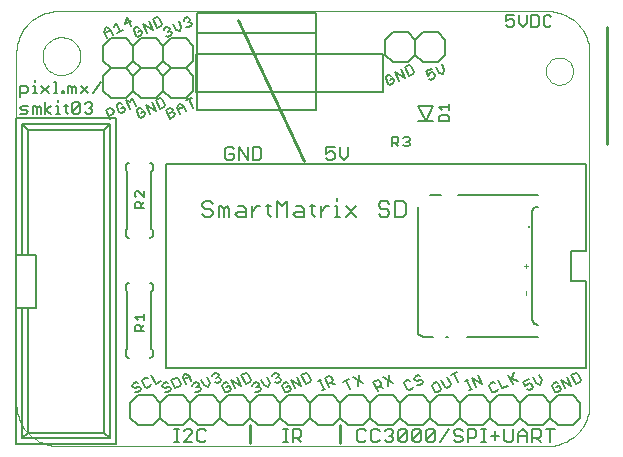
<source format=gto>
G75*
G70*
%OFA0B0*%
%FSLAX24Y24*%
%IPPOS*%
%LPD*%
%AMOC8*
5,1,8,0,0,1.08239X$1,22.5*
%
%ADD10C,0.0000*%
%ADD11C,0.0060*%
%ADD12C,0.0070*%
%ADD13C,0.0080*%
%ADD14C,0.0100*%
%ADD15C,0.0050*%
%ADD16C,0.0040*%
D10*
X001600Y002933D02*
X017900Y002933D01*
X017973Y002935D01*
X018046Y002941D01*
X018119Y002950D01*
X018191Y002964D01*
X018262Y002981D01*
X018333Y003002D01*
X018402Y003026D01*
X018469Y003054D01*
X018536Y003086D01*
X018600Y003121D01*
X018662Y003159D01*
X018723Y003200D01*
X018781Y003245D01*
X018837Y003293D01*
X018890Y003343D01*
X018940Y003396D01*
X018988Y003452D01*
X019033Y003510D01*
X019074Y003571D01*
X019112Y003633D01*
X019147Y003697D01*
X019179Y003764D01*
X019207Y003831D01*
X019231Y003900D01*
X019252Y003971D01*
X019269Y004042D01*
X019283Y004114D01*
X019292Y004187D01*
X019298Y004260D01*
X019300Y004333D01*
X019300Y016033D01*
X017847Y015433D02*
X017849Y015475D01*
X017855Y015517D01*
X017865Y015559D01*
X017878Y015599D01*
X017896Y015638D01*
X017917Y015675D01*
X017941Y015709D01*
X017969Y015742D01*
X017999Y015772D01*
X018032Y015798D01*
X018067Y015822D01*
X018105Y015842D01*
X018144Y015858D01*
X018184Y015871D01*
X018226Y015880D01*
X018268Y015885D01*
X018311Y015886D01*
X018353Y015883D01*
X018395Y015876D01*
X018436Y015865D01*
X018476Y015850D01*
X018514Y015832D01*
X018551Y015810D01*
X018585Y015785D01*
X018617Y015757D01*
X018645Y015726D01*
X018671Y015692D01*
X018694Y015656D01*
X018713Y015619D01*
X018729Y015579D01*
X018741Y015538D01*
X018749Y015497D01*
X018753Y015454D01*
X018753Y015412D01*
X018749Y015369D01*
X018741Y015328D01*
X018729Y015287D01*
X018713Y015247D01*
X018694Y015210D01*
X018671Y015174D01*
X018645Y015140D01*
X018617Y015109D01*
X018585Y015081D01*
X018551Y015056D01*
X018514Y015034D01*
X018476Y015016D01*
X018436Y015001D01*
X018395Y014990D01*
X018353Y014983D01*
X018311Y014980D01*
X018268Y014981D01*
X018226Y014986D01*
X018184Y014995D01*
X018144Y015008D01*
X018105Y015024D01*
X018067Y015044D01*
X018032Y015068D01*
X017999Y015094D01*
X017969Y015124D01*
X017941Y015157D01*
X017917Y015191D01*
X017896Y015228D01*
X017878Y015267D01*
X017865Y015307D01*
X017855Y015349D01*
X017849Y015391D01*
X017847Y015433D01*
X019300Y016033D02*
X019298Y016106D01*
X019292Y016179D01*
X019283Y016252D01*
X019269Y016324D01*
X019252Y016395D01*
X019231Y016466D01*
X019207Y016535D01*
X019179Y016602D01*
X019147Y016669D01*
X019112Y016733D01*
X019074Y016795D01*
X019033Y016856D01*
X018988Y016914D01*
X018940Y016970D01*
X018890Y017023D01*
X018837Y017073D01*
X018781Y017121D01*
X018723Y017166D01*
X018662Y017207D01*
X018600Y017245D01*
X018536Y017280D01*
X018469Y017312D01*
X018402Y017340D01*
X018333Y017364D01*
X018262Y017385D01*
X018191Y017402D01*
X018119Y017416D01*
X018046Y017425D01*
X017973Y017431D01*
X017900Y017433D01*
X001600Y017433D01*
X001527Y017431D01*
X001454Y017425D01*
X001381Y017416D01*
X001309Y017402D01*
X001238Y017385D01*
X001167Y017364D01*
X001098Y017340D01*
X001031Y017312D01*
X000964Y017280D01*
X000900Y017245D01*
X000838Y017207D01*
X000777Y017166D01*
X000719Y017121D01*
X000663Y017073D01*
X000610Y017023D01*
X000560Y016970D01*
X000512Y016914D01*
X000467Y016856D01*
X000426Y016795D01*
X000388Y016733D01*
X000353Y016669D01*
X000321Y016602D01*
X000293Y016535D01*
X000269Y016466D01*
X000248Y016395D01*
X000231Y016324D01*
X000217Y016252D01*
X000208Y016179D01*
X000202Y016106D01*
X000200Y016033D01*
X000200Y004333D01*
X000202Y004260D01*
X000208Y004187D01*
X000217Y004114D01*
X000231Y004042D01*
X000248Y003971D01*
X000269Y003900D01*
X000293Y003831D01*
X000321Y003764D01*
X000353Y003697D01*
X000388Y003633D01*
X000426Y003571D01*
X000467Y003510D01*
X000512Y003452D01*
X000560Y003396D01*
X000610Y003343D01*
X000663Y003293D01*
X000719Y003245D01*
X000777Y003200D01*
X000838Y003159D01*
X000900Y003121D01*
X000964Y003086D01*
X001031Y003054D01*
X001098Y003026D01*
X001167Y003002D01*
X001238Y002981D01*
X001309Y002964D01*
X001381Y002950D01*
X001454Y002941D01*
X001527Y002935D01*
X001600Y002933D01*
X001070Y015933D02*
X001072Y015983D01*
X001078Y016033D01*
X001088Y016082D01*
X001102Y016130D01*
X001119Y016177D01*
X001140Y016222D01*
X001165Y016266D01*
X001193Y016307D01*
X001225Y016346D01*
X001259Y016383D01*
X001296Y016417D01*
X001336Y016447D01*
X001378Y016474D01*
X001422Y016498D01*
X001468Y016519D01*
X001515Y016535D01*
X001563Y016548D01*
X001613Y016557D01*
X001662Y016562D01*
X001713Y016563D01*
X001763Y016560D01*
X001812Y016553D01*
X001861Y016542D01*
X001909Y016527D01*
X001955Y016509D01*
X002000Y016487D01*
X002043Y016461D01*
X002084Y016432D01*
X002123Y016400D01*
X002159Y016365D01*
X002191Y016327D01*
X002221Y016287D01*
X002248Y016244D01*
X002271Y016200D01*
X002290Y016154D01*
X002306Y016106D01*
X002318Y016057D01*
X002326Y016008D01*
X002330Y015958D01*
X002330Y015908D01*
X002326Y015858D01*
X002318Y015809D01*
X002306Y015760D01*
X002290Y015712D01*
X002271Y015666D01*
X002248Y015622D01*
X002221Y015579D01*
X002191Y015539D01*
X002159Y015501D01*
X002123Y015466D01*
X002084Y015434D01*
X002043Y015405D01*
X002000Y015379D01*
X001955Y015357D01*
X001909Y015339D01*
X001861Y015324D01*
X001812Y015313D01*
X001763Y015306D01*
X001713Y015303D01*
X001662Y015304D01*
X001613Y015309D01*
X001563Y015318D01*
X001515Y015331D01*
X001468Y015347D01*
X001422Y015368D01*
X001378Y015392D01*
X001336Y015419D01*
X001296Y015449D01*
X001259Y015483D01*
X001225Y015520D01*
X001193Y015559D01*
X001165Y015600D01*
X001140Y015644D01*
X001119Y015689D01*
X001102Y015736D01*
X001088Y015784D01*
X001078Y015833D01*
X001072Y015883D01*
X001070Y015933D01*
D11*
X000177Y007548D02*
X000177Y002992D01*
X003523Y002992D01*
X003523Y013874D01*
X000177Y013874D01*
X000177Y009319D01*
X000842Y009319D01*
X000842Y007548D01*
X000177Y007548D01*
X000177Y009319D01*
X000389Y009319D02*
X000389Y013668D01*
X000570Y013486D01*
X000570Y009319D01*
X003850Y009983D02*
X003850Y010133D01*
X003900Y010183D01*
X003900Y012083D01*
X003850Y012133D01*
X003850Y012283D01*
X003852Y012300D01*
X003856Y012317D01*
X003863Y012333D01*
X003873Y012347D01*
X003886Y012360D01*
X003900Y012370D01*
X003916Y012377D01*
X003933Y012381D01*
X003950Y012383D01*
X004650Y012383D02*
X004667Y012381D01*
X004684Y012377D01*
X004700Y012370D01*
X004714Y012360D01*
X004727Y012347D01*
X004737Y012333D01*
X004744Y012317D01*
X004748Y012300D01*
X004750Y012283D01*
X004750Y012133D01*
X004700Y012083D01*
X004700Y010183D01*
X004750Y010133D01*
X004750Y009983D01*
X004748Y009966D01*
X004744Y009949D01*
X004737Y009933D01*
X004727Y009919D01*
X004714Y009906D01*
X004700Y009896D01*
X004684Y009889D01*
X004667Y009885D01*
X004650Y009883D01*
X003950Y009883D02*
X003933Y009885D01*
X003916Y009889D01*
X003900Y009896D01*
X003886Y009906D01*
X003873Y009919D01*
X003863Y009933D01*
X003856Y009949D01*
X003852Y009966D01*
X003850Y009983D01*
X003850Y008283D02*
X003850Y008133D01*
X003900Y008083D01*
X003900Y006183D01*
X003850Y006133D01*
X003850Y005983D01*
X003852Y005966D01*
X003856Y005949D01*
X003863Y005933D01*
X003873Y005919D01*
X003886Y005906D01*
X003900Y005896D01*
X003916Y005889D01*
X003933Y005885D01*
X003950Y005883D01*
X004650Y005883D02*
X004667Y005885D01*
X004684Y005889D01*
X004700Y005896D01*
X004714Y005906D01*
X004727Y005919D01*
X004737Y005933D01*
X004744Y005949D01*
X004748Y005966D01*
X004750Y005983D01*
X004750Y006133D01*
X004700Y006183D01*
X004700Y008083D01*
X004750Y008133D01*
X004750Y008283D01*
X004748Y008300D01*
X004744Y008317D01*
X004737Y008333D01*
X004727Y008347D01*
X004714Y008360D01*
X004700Y008370D01*
X004684Y008377D01*
X004667Y008381D01*
X004650Y008383D01*
X003950Y008383D02*
X003933Y008381D01*
X003916Y008377D01*
X003900Y008370D01*
X003886Y008360D01*
X003873Y008347D01*
X003863Y008333D01*
X003856Y008317D01*
X003852Y008300D01*
X003850Y008283D01*
X000570Y007548D02*
X000570Y003380D01*
X000389Y003199D01*
X000389Y007548D01*
X004000Y004383D02*
X004250Y004633D01*
X004750Y004633D01*
X005000Y004383D01*
X005250Y004633D01*
X005750Y004633D01*
X006000Y004383D01*
X006000Y003883D01*
X005750Y003633D01*
X005250Y003633D01*
X005000Y003883D01*
X004750Y003633D01*
X004250Y003633D01*
X004000Y003883D01*
X004000Y004383D01*
X005000Y004383D02*
X005000Y003883D01*
X005466Y003504D02*
X005613Y003504D01*
X005540Y003504D02*
X005540Y003063D01*
X005613Y003063D02*
X005466Y003063D01*
X005773Y003063D02*
X006067Y003357D01*
X006067Y003430D01*
X005993Y003504D01*
X005846Y003504D01*
X005773Y003430D01*
X006233Y003430D02*
X006233Y003137D01*
X006307Y003063D01*
X006454Y003063D01*
X006527Y003137D01*
X006067Y003063D02*
X005773Y003063D01*
X006233Y003430D02*
X006307Y003504D01*
X006454Y003504D01*
X006527Y003430D01*
X006750Y003633D02*
X006250Y003633D01*
X006000Y003883D01*
X006000Y004383D02*
X006250Y004633D01*
X006750Y004633D01*
X007000Y004383D01*
X007250Y004633D01*
X007750Y004633D01*
X008000Y004383D01*
X008000Y003883D01*
X007750Y003633D01*
X007250Y003633D01*
X007000Y003883D01*
X006750Y003633D01*
X007000Y003883D02*
X007000Y004383D01*
X008000Y004383D02*
X008000Y003883D01*
X008250Y003633D01*
X008750Y003633D01*
X009000Y003883D01*
X009000Y004383D01*
X008750Y004633D01*
X008250Y004633D01*
X008000Y004383D01*
X009000Y004383D02*
X009250Y004633D01*
X009750Y004633D01*
X010000Y004383D01*
X010250Y004633D01*
X010750Y004633D01*
X011000Y004383D01*
X011250Y004633D01*
X011750Y004633D01*
X012000Y004383D01*
X012250Y004633D01*
X012750Y004633D01*
X013000Y004383D01*
X013000Y003883D01*
X012750Y003633D01*
X012250Y003633D01*
X012000Y003883D01*
X011750Y003633D01*
X011250Y003633D01*
X011000Y003883D01*
X011000Y004383D01*
X011000Y003883D01*
X010750Y003633D01*
X010250Y003633D01*
X010000Y003883D01*
X009750Y003633D01*
X009250Y003633D01*
X009000Y003883D01*
X010000Y003883D02*
X010000Y004383D01*
X009623Y003504D02*
X009403Y003504D01*
X009403Y003063D01*
X009403Y003210D02*
X009623Y003210D01*
X009697Y003284D01*
X009697Y003430D01*
X009623Y003504D01*
X009550Y003210D02*
X009697Y003063D01*
X009243Y003063D02*
X009096Y003063D01*
X009170Y003063D02*
X009170Y003504D01*
X009243Y003504D02*
X009096Y003504D01*
X011554Y003430D02*
X011554Y003137D01*
X011627Y003063D01*
X011774Y003063D01*
X011847Y003137D01*
X012014Y003137D02*
X012088Y003063D01*
X012234Y003063D01*
X012308Y003137D01*
X012475Y003137D02*
X012548Y003063D01*
X012695Y003063D01*
X012768Y003137D01*
X012768Y003210D01*
X012695Y003284D01*
X012621Y003284D01*
X012695Y003284D02*
X012768Y003357D01*
X012768Y003430D01*
X012695Y003504D01*
X012548Y003504D01*
X012475Y003430D01*
X012308Y003430D02*
X012234Y003504D01*
X012088Y003504D01*
X012014Y003430D01*
X012014Y003137D01*
X011847Y003430D02*
X011774Y003504D01*
X011627Y003504D01*
X011554Y003430D01*
X012000Y003883D02*
X012000Y004383D01*
X013000Y004383D02*
X013250Y004633D01*
X013750Y004633D01*
X014000Y004383D01*
X014250Y004633D01*
X014750Y004633D01*
X015000Y004383D01*
X015250Y004633D01*
X015750Y004633D01*
X016000Y004383D01*
X016000Y003883D01*
X015750Y003633D01*
X015250Y003633D01*
X015000Y003883D01*
X014750Y003633D01*
X014250Y003633D01*
X014000Y003883D01*
X013750Y003633D01*
X013250Y003633D01*
X013000Y003883D01*
X014000Y003883D02*
X014000Y004383D01*
X015000Y004383D02*
X015000Y003883D01*
X014997Y003504D02*
X014850Y003504D01*
X014777Y003430D01*
X014777Y003357D01*
X014850Y003284D01*
X014997Y003284D01*
X015070Y003210D01*
X015070Y003137D01*
X014997Y003063D01*
X014850Y003063D01*
X014777Y003137D01*
X014610Y003504D02*
X014316Y003063D01*
X014149Y003137D02*
X014076Y003063D01*
X013929Y003063D01*
X013856Y003137D01*
X014149Y003430D01*
X014149Y003137D01*
X013856Y003137D02*
X013856Y003430D01*
X013929Y003504D01*
X014076Y003504D01*
X014149Y003430D01*
X013689Y003430D02*
X013395Y003137D01*
X013469Y003063D01*
X013616Y003063D01*
X013689Y003137D01*
X013689Y003430D01*
X013616Y003504D01*
X013469Y003504D01*
X013395Y003430D01*
X013395Y003137D01*
X013229Y003137D02*
X013155Y003063D01*
X013008Y003063D01*
X012935Y003137D01*
X013229Y003430D01*
X013229Y003137D01*
X012935Y003137D02*
X012935Y003430D01*
X013008Y003504D01*
X013155Y003504D01*
X013229Y003430D01*
X014997Y003504D02*
X015070Y003430D01*
X015237Y003504D02*
X015457Y003504D01*
X015531Y003430D01*
X015531Y003284D01*
X015457Y003210D01*
X015237Y003210D01*
X015237Y003063D02*
X015237Y003504D01*
X015697Y003504D02*
X015844Y003504D01*
X015771Y003504D02*
X015771Y003063D01*
X015844Y003063D02*
X015697Y003063D01*
X016004Y003284D02*
X016298Y003284D01*
X016151Y003430D02*
X016151Y003137D01*
X016465Y003137D02*
X016538Y003063D01*
X016685Y003063D01*
X016758Y003137D01*
X016758Y003504D01*
X016750Y003633D02*
X016250Y003633D01*
X016000Y003883D01*
X016000Y004383D02*
X016250Y004633D01*
X016750Y004633D01*
X017000Y004383D01*
X017250Y004633D01*
X017750Y004633D01*
X018000Y004383D01*
X018250Y004633D01*
X018750Y004633D01*
X019000Y004383D01*
X019000Y003883D01*
X018750Y003633D01*
X018250Y003633D01*
X018000Y003883D01*
X017750Y003633D01*
X017250Y003633D01*
X017000Y003883D01*
X016750Y003633D01*
X016465Y003504D02*
X016465Y003137D01*
X016925Y003063D02*
X016925Y003357D01*
X017072Y003504D01*
X017219Y003357D01*
X017219Y003063D01*
X017385Y003063D02*
X017385Y003504D01*
X017606Y003504D01*
X017679Y003430D01*
X017679Y003284D01*
X017606Y003210D01*
X017385Y003210D01*
X017532Y003210D02*
X017679Y003063D01*
X017993Y003063D02*
X017993Y003504D01*
X018139Y003504D02*
X017846Y003504D01*
X017219Y003284D02*
X016925Y003284D01*
X017000Y003883D02*
X017000Y004383D01*
X018000Y004383D02*
X018000Y003883D01*
X003311Y003199D02*
X003130Y003380D01*
X000570Y003380D01*
X000389Y003199D02*
X003311Y003199D01*
X003311Y013668D01*
X003130Y013486D01*
X000570Y013486D01*
X000389Y013668D02*
X003311Y013668D01*
X003130Y013486D02*
X003130Y003380D01*
X007222Y012463D02*
X007369Y012463D01*
X007442Y012537D01*
X007442Y012684D01*
X007296Y012684D01*
X007442Y012830D02*
X007369Y012904D01*
X007222Y012904D01*
X007149Y012830D01*
X007149Y012537D01*
X007222Y012463D01*
X007609Y012463D02*
X007609Y012904D01*
X007903Y012463D01*
X007903Y012904D01*
X008070Y012904D02*
X008290Y012904D01*
X008363Y012830D01*
X008363Y012537D01*
X008290Y012463D01*
X008070Y012463D01*
X008070Y012904D01*
X010509Y012904D02*
X010509Y012684D01*
X010656Y012757D01*
X010729Y012757D01*
X010803Y012684D01*
X010803Y012537D01*
X010729Y012463D01*
X010583Y012463D01*
X010509Y012537D01*
X010970Y012610D02*
X011116Y012463D01*
X011263Y012610D01*
X011263Y012904D01*
X010970Y012904D02*
X010970Y012610D01*
X010803Y012904D02*
X010509Y012904D01*
X006100Y014783D02*
X005850Y014533D01*
X005350Y014533D01*
X005100Y014783D01*
X004850Y014533D01*
X004350Y014533D01*
X004100Y014783D01*
X003850Y014533D01*
X003350Y014533D01*
X003100Y014783D01*
X003100Y015283D01*
X003350Y015533D01*
X003850Y015533D01*
X004100Y015283D01*
X004350Y015533D01*
X004850Y015533D01*
X005100Y015283D01*
X005350Y015533D01*
X005850Y015533D01*
X006100Y015283D01*
X006100Y014783D01*
X005100Y014783D02*
X005100Y015283D01*
X004850Y015533D02*
X004350Y015533D01*
X004100Y015783D01*
X003850Y015533D01*
X003350Y015533D01*
X003100Y015783D01*
X003100Y016283D01*
X003350Y016533D01*
X003850Y016533D01*
X004100Y016283D01*
X004350Y016533D01*
X004850Y016533D01*
X005100Y016283D01*
X005350Y016533D01*
X005850Y016533D01*
X006100Y016283D01*
X006100Y015783D01*
X005850Y015533D01*
X005350Y015533D01*
X005100Y015783D01*
X004850Y015533D01*
X005100Y015783D02*
X005100Y016283D01*
X004100Y016283D02*
X004100Y015783D01*
X004100Y015283D02*
X004100Y014783D01*
X012500Y015983D02*
X012500Y016483D01*
X012750Y016733D01*
X013250Y016733D01*
X013500Y016483D01*
X013750Y016733D01*
X014250Y016733D01*
X014500Y016483D01*
X014500Y015983D01*
X014250Y015733D01*
X013750Y015733D01*
X013500Y015983D01*
X013250Y015733D01*
X012750Y015733D01*
X012500Y015983D01*
X013500Y015983D02*
X013500Y016483D01*
X016530Y016978D02*
X016595Y016913D01*
X016725Y016913D01*
X016790Y016978D01*
X016790Y017108D01*
X016725Y017174D01*
X016660Y017174D01*
X016530Y017108D01*
X016530Y017304D01*
X016790Y017304D01*
X016944Y017304D02*
X016944Y017043D01*
X017074Y016913D01*
X017205Y017043D01*
X017205Y017304D01*
X017359Y017304D02*
X017554Y017304D01*
X017619Y017239D01*
X017619Y016978D01*
X017554Y016913D01*
X017359Y016913D01*
X017359Y017304D01*
X017773Y017239D02*
X017773Y016978D01*
X017838Y016913D01*
X017968Y016913D01*
X018033Y016978D01*
X018033Y017239D02*
X017968Y017304D01*
X017838Y017304D01*
X017773Y017239D01*
D12*
X010894Y011187D02*
X010894Y011099D01*
X010894Y010922D02*
X010806Y010922D01*
X010894Y010922D02*
X010894Y010568D01*
X010806Y010568D02*
X010983Y010568D01*
X011174Y010568D02*
X011528Y010922D01*
X011174Y010922D02*
X011528Y010568D01*
X012279Y010657D02*
X012367Y010568D01*
X012544Y010568D01*
X012633Y010657D01*
X012633Y010745D01*
X012544Y010834D01*
X012367Y010834D01*
X012279Y010922D01*
X012279Y011010D01*
X012367Y011099D01*
X012544Y011099D01*
X012633Y011010D01*
X012832Y011099D02*
X013097Y011099D01*
X013185Y011010D01*
X013185Y010657D01*
X013097Y010568D01*
X012832Y010568D01*
X012832Y011099D01*
X010611Y010922D02*
X010522Y010922D01*
X010345Y010745D01*
X010345Y010568D02*
X010345Y010922D01*
X010154Y010922D02*
X009977Y010922D01*
X010065Y011010D02*
X010065Y010657D01*
X010154Y010568D01*
X009778Y010568D02*
X009513Y010568D01*
X009425Y010657D01*
X009513Y010745D01*
X009778Y010745D01*
X009778Y010834D02*
X009778Y010568D01*
X009226Y010568D02*
X009226Y011099D01*
X009049Y010922D01*
X008872Y011099D01*
X008872Y010568D01*
X008681Y010568D02*
X008592Y010657D01*
X008592Y011010D01*
X008504Y010922D02*
X008681Y010922D01*
X008309Y010922D02*
X008220Y010922D01*
X008043Y010745D01*
X008043Y010568D02*
X008043Y010922D01*
X007845Y010834D02*
X007845Y010568D01*
X007579Y010568D01*
X007491Y010657D01*
X007579Y010745D01*
X007845Y010745D01*
X007845Y010834D02*
X007756Y010922D01*
X007579Y010922D01*
X007292Y010834D02*
X007292Y010568D01*
X007115Y010568D02*
X007115Y010834D01*
X007204Y010922D01*
X007292Y010834D01*
X007115Y010834D02*
X007027Y010922D01*
X006938Y010922D01*
X006938Y010568D01*
X006740Y010657D02*
X006651Y010568D01*
X006474Y010568D01*
X006386Y010657D01*
X006474Y010834D02*
X006651Y010834D01*
X006740Y010745D01*
X006740Y010657D01*
X006474Y010834D02*
X006386Y010922D01*
X006386Y011010D01*
X006474Y011099D01*
X006651Y011099D01*
X006740Y011010D01*
X009513Y010922D02*
X009690Y010922D01*
X009778Y010834D01*
X002729Y014082D02*
X002666Y014018D01*
X002539Y014018D01*
X002476Y014082D01*
X002315Y014082D02*
X002252Y014018D01*
X002125Y014018D01*
X002061Y014082D01*
X002315Y014335D01*
X002315Y014082D01*
X002061Y014082D02*
X002061Y014335D01*
X002125Y014399D01*
X002252Y014399D01*
X002315Y014335D01*
X002476Y014335D02*
X002539Y014399D01*
X002666Y014399D01*
X002729Y014335D01*
X002729Y014272D01*
X002666Y014208D01*
X002729Y014145D01*
X002729Y014082D01*
X002666Y014208D02*
X002603Y014208D01*
X001912Y014272D02*
X001785Y014272D01*
X001849Y014335D02*
X001849Y014082D01*
X001912Y014018D01*
X001636Y014018D02*
X001509Y014018D01*
X001572Y014018D02*
X001572Y014272D01*
X001509Y014272D01*
X001572Y014399D02*
X001572Y014462D01*
X001354Y014272D02*
X001164Y014145D01*
X001354Y014018D01*
X001164Y014018D02*
X001164Y014399D01*
X001003Y014208D02*
X001003Y014018D01*
X000876Y014018D02*
X000876Y014208D01*
X000940Y014272D01*
X001003Y014208D01*
X000876Y014208D02*
X000813Y014272D01*
X000749Y014272D01*
X000749Y014018D01*
X000589Y014082D02*
X000525Y014145D01*
X000398Y014145D01*
X000335Y014208D01*
X000398Y014272D01*
X000589Y014272D01*
X000589Y014082D02*
X000525Y014018D01*
X000335Y014018D01*
X000335Y014567D02*
X000335Y014947D01*
X000525Y014947D01*
X000589Y014883D01*
X000589Y014757D01*
X000525Y014693D01*
X000335Y014693D01*
X000749Y014693D02*
X000876Y014693D01*
X000813Y014693D02*
X000813Y014947D01*
X000749Y014947D01*
X000813Y015074D02*
X000813Y015137D01*
X001026Y014947D02*
X001279Y014693D01*
X001440Y014693D02*
X001567Y014693D01*
X001503Y014693D02*
X001503Y015074D01*
X001440Y015074D01*
X001279Y014947D02*
X001026Y014693D01*
X001716Y014693D02*
X001780Y014693D01*
X001780Y014757D01*
X001716Y014757D01*
X001716Y014693D01*
X001923Y014693D02*
X001923Y014947D01*
X001987Y014947D01*
X002050Y014883D01*
X002114Y014947D01*
X002177Y014883D01*
X002177Y014693D01*
X002050Y014693D02*
X002050Y014883D01*
X002338Y014947D02*
X002591Y014693D01*
X002752Y014693D02*
X003006Y015074D01*
X002591Y014947D02*
X002338Y014693D01*
D13*
X003183Y014143D02*
X003328Y014211D01*
X003399Y014185D01*
X003444Y014088D01*
X003419Y014017D01*
X003274Y013950D01*
X003319Y013853D02*
X003183Y014143D01*
X003540Y014251D02*
X003630Y014057D01*
X003701Y014031D01*
X003798Y014076D01*
X003823Y014147D01*
X003778Y014244D01*
X003682Y014199D01*
X003733Y014341D02*
X003662Y014367D01*
X003565Y014321D01*
X003540Y014251D01*
X003851Y014455D02*
X003993Y014403D01*
X004044Y014545D01*
X004180Y014255D01*
X004232Y014166D02*
X004206Y014095D01*
X004296Y013901D01*
X004367Y013876D01*
X004464Y013921D01*
X004490Y013992D01*
X004444Y014088D01*
X004348Y014043D01*
X004399Y014185D02*
X004328Y014211D01*
X004232Y014166D01*
X003986Y014164D02*
X003851Y014455D01*
X004517Y014299D02*
X004846Y014099D01*
X004711Y014389D01*
X004851Y014455D02*
X004996Y014522D01*
X005067Y014496D01*
X005157Y014303D01*
X005131Y014232D01*
X004986Y014164D01*
X004851Y014455D01*
X004517Y014299D02*
X004652Y014009D01*
X005183Y014143D02*
X005319Y013853D01*
X005464Y013921D01*
X005490Y013992D01*
X005467Y014040D01*
X005396Y014066D01*
X005251Y013998D01*
X005396Y014066D02*
X005422Y014137D01*
X005399Y014185D01*
X005328Y014211D01*
X005183Y014143D01*
X005562Y014202D02*
X005652Y014009D01*
X005585Y014154D02*
X005778Y014244D01*
X005756Y014292D02*
X005846Y014099D01*
X005756Y014292D02*
X005614Y014344D01*
X005562Y014202D01*
X005851Y014455D02*
X006044Y014545D01*
X005948Y014500D02*
X006083Y014209D01*
X005200Y012333D02*
X019200Y012333D01*
X019200Y009433D01*
X018700Y009433D01*
X018700Y008433D01*
X019200Y008433D01*
X019200Y005533D01*
X005200Y005533D01*
X005200Y012333D01*
X004460Y011437D02*
X004460Y011223D01*
X004246Y011437D01*
X004193Y011437D01*
X004140Y011383D01*
X004140Y011277D01*
X004193Y011223D01*
X004193Y011069D02*
X004140Y011015D01*
X004140Y010855D01*
X004460Y010855D01*
X004353Y010855D02*
X004353Y011015D01*
X004300Y011069D01*
X004193Y011069D01*
X004353Y010962D02*
X004460Y011069D01*
X012722Y012923D02*
X012722Y013244D01*
X012882Y013244D01*
X012935Y013190D01*
X012935Y013083D01*
X012882Y013030D01*
X012722Y013030D01*
X012828Y013030D02*
X012935Y012923D01*
X013090Y012977D02*
X013143Y012923D01*
X013250Y012923D01*
X013304Y012977D01*
X013304Y013030D01*
X013250Y013083D01*
X013197Y013083D01*
X013250Y013083D02*
X013304Y013137D01*
X013304Y013190D01*
X013250Y013244D01*
X013143Y013244D01*
X013090Y013190D01*
X014290Y013755D02*
X014290Y013915D01*
X014343Y013969D01*
X014557Y013969D01*
X014610Y013915D01*
X014610Y013755D01*
X014290Y013755D01*
X014100Y013783D02*
X013850Y013783D01*
X013600Y014283D01*
X014100Y014283D01*
X013850Y013783D01*
X013600Y013783D01*
X014290Y014230D02*
X014610Y014230D01*
X014610Y014123D02*
X014610Y014337D01*
X014396Y014123D02*
X014290Y014230D01*
X012764Y015021D02*
X012667Y014976D01*
X012596Y015001D01*
X012506Y015195D01*
X012532Y015266D01*
X012628Y015311D01*
X012699Y015285D01*
X012744Y015188D02*
X012648Y015143D01*
X012744Y015188D02*
X012790Y015092D01*
X012764Y015021D01*
X012952Y015109D02*
X012817Y015399D01*
X013146Y015199D01*
X013011Y015489D01*
X013151Y015555D02*
X013286Y015264D01*
X013431Y015332D01*
X013457Y015403D01*
X013367Y015596D01*
X013296Y015622D01*
X013151Y015555D01*
X013850Y015421D02*
X013918Y015276D01*
X013992Y015369D01*
X014040Y015392D01*
X014111Y015366D01*
X014156Y015269D01*
X014131Y015199D01*
X014034Y015153D01*
X013963Y015179D01*
X013850Y015421D02*
X014044Y015511D01*
X014184Y015577D02*
X014274Y015383D01*
X014416Y015332D01*
X014468Y015473D01*
X014378Y015667D01*
X006057Y017003D02*
X006031Y016932D01*
X005935Y016887D01*
X005864Y016913D01*
X005915Y017055D02*
X005964Y017077D01*
X006035Y017051D01*
X006057Y017003D01*
X005964Y017077D02*
X005990Y017148D01*
X005967Y017196D01*
X005896Y017222D01*
X005799Y017177D01*
X005773Y017106D01*
X005611Y017089D02*
X005701Y016896D01*
X005649Y016754D01*
X005507Y016805D01*
X005417Y016999D01*
X005299Y016885D02*
X005322Y016837D01*
X005296Y016766D01*
X005367Y016740D01*
X005390Y016692D01*
X005364Y016621D01*
X005267Y016576D01*
X005196Y016601D01*
X005248Y016743D02*
X005296Y016766D01*
X005299Y016885D02*
X005228Y016911D01*
X005132Y016866D01*
X005106Y016795D01*
X005031Y016932D02*
X005057Y017003D01*
X004967Y017196D01*
X004896Y017222D01*
X004751Y017155D01*
X004886Y016864D01*
X005031Y016932D01*
X004746Y016799D02*
X004611Y017089D01*
X004417Y016999D02*
X004746Y016799D01*
X004552Y016709D02*
X004417Y016999D01*
X004299Y016885D02*
X004228Y016911D01*
X004132Y016866D01*
X004106Y016795D01*
X004196Y016601D01*
X004267Y016576D01*
X004364Y016621D01*
X004390Y016692D01*
X004344Y016788D01*
X004248Y016743D01*
X004031Y016932D02*
X003896Y017222D01*
X003819Y017009D01*
X004012Y017100D01*
X003746Y016799D02*
X003552Y016709D01*
X003649Y016754D02*
X003514Y017044D01*
X003462Y016902D01*
X003322Y016837D02*
X003412Y016643D01*
X003344Y016788D02*
X003151Y016698D01*
X003128Y016747D02*
X003180Y016888D01*
X003322Y016837D01*
X003128Y016747D02*
X003219Y016553D01*
X004460Y007337D02*
X004460Y007123D01*
X004460Y007230D02*
X004140Y007230D01*
X004246Y007123D01*
X004193Y006969D02*
X004140Y006915D01*
X004140Y006755D01*
X004460Y006755D01*
X004353Y006755D02*
X004353Y006915D01*
X004300Y006969D01*
X004193Y006969D01*
X004353Y006862D02*
X004460Y006969D01*
X004701Y005305D02*
X004836Y005014D01*
X005030Y005105D01*
X005082Y005016D02*
X005056Y004945D01*
X005078Y004897D01*
X005149Y004871D01*
X005246Y004916D01*
X005317Y004890D01*
X005340Y004842D01*
X005314Y004771D01*
X005217Y004726D01*
X005146Y004751D01*
X005502Y004859D02*
X005648Y004926D01*
X005673Y004997D01*
X005583Y005191D01*
X005512Y005217D01*
X005367Y005149D01*
X005502Y004859D01*
X005249Y005035D02*
X005178Y005061D01*
X005082Y005016D01*
X004673Y004997D02*
X004648Y004926D01*
X004551Y004881D01*
X004480Y004907D01*
X004390Y005101D01*
X004415Y005171D01*
X004512Y005217D01*
X004583Y005191D01*
X004249Y005035D02*
X004178Y005061D01*
X004082Y005016D01*
X004056Y004945D01*
X004078Y004897D01*
X004149Y004871D01*
X004246Y004916D01*
X004317Y004890D01*
X004340Y004842D01*
X004314Y004771D01*
X004217Y004726D01*
X004146Y004751D01*
X005746Y005208D02*
X005798Y005350D01*
X005940Y005298D01*
X006030Y005105D01*
X006082Y005016D02*
X006178Y005061D01*
X006249Y005035D01*
X006272Y004987D01*
X006246Y004916D01*
X006317Y004890D01*
X006340Y004842D01*
X006314Y004771D01*
X006217Y004726D01*
X006146Y004751D01*
X006198Y004893D02*
X006246Y004916D01*
X006056Y004945D02*
X006082Y005016D01*
X005836Y005014D02*
X005746Y005208D01*
X005769Y005159D02*
X005962Y005250D01*
X006367Y005149D02*
X006457Y004955D01*
X006599Y004904D01*
X006651Y005046D01*
X006561Y005239D01*
X006723Y005256D02*
X006749Y005327D01*
X006846Y005372D01*
X006917Y005346D01*
X006940Y005298D01*
X006914Y005227D01*
X006985Y005201D01*
X007007Y005153D01*
X006981Y005082D01*
X006885Y005037D01*
X006814Y005063D01*
X006865Y005205D02*
X006914Y005227D01*
X007082Y005016D02*
X007056Y004945D01*
X007146Y004751D01*
X007217Y004726D01*
X007314Y004771D01*
X007340Y004842D01*
X007294Y004938D01*
X007198Y004893D01*
X007249Y005035D02*
X007178Y005061D01*
X007082Y005016D01*
X007367Y005149D02*
X007502Y004859D01*
X007696Y004949D02*
X007561Y005239D01*
X007701Y005305D02*
X007836Y005014D01*
X007981Y005082D01*
X008007Y005153D01*
X007917Y005346D01*
X007846Y005372D01*
X007701Y005305D01*
X007696Y004949D02*
X007367Y005149D01*
X008056Y004945D02*
X008082Y005016D01*
X008178Y005061D01*
X008249Y005035D01*
X008272Y004987D01*
X008246Y004916D01*
X008317Y004890D01*
X008340Y004842D01*
X008314Y004771D01*
X008217Y004726D01*
X008146Y004751D01*
X008198Y004893D02*
X008246Y004916D01*
X008457Y004955D02*
X008599Y004904D01*
X008651Y005046D01*
X008561Y005239D01*
X008723Y005256D02*
X008749Y005327D01*
X008846Y005372D01*
X008917Y005346D01*
X008940Y005298D01*
X008914Y005227D01*
X008985Y005201D01*
X009007Y005153D01*
X008981Y005082D01*
X008885Y005037D01*
X008814Y005063D01*
X008865Y005205D02*
X008914Y005227D01*
X009082Y005016D02*
X009056Y004945D01*
X009146Y004751D01*
X009217Y004726D01*
X009314Y004771D01*
X009340Y004842D01*
X009294Y004938D01*
X009198Y004893D01*
X009249Y005035D02*
X009178Y005061D01*
X009082Y005016D01*
X009367Y005149D02*
X009502Y004859D01*
X009696Y004949D02*
X009561Y005239D01*
X009701Y005305D02*
X009836Y005014D01*
X009981Y005082D01*
X010007Y005153D01*
X009917Y005346D01*
X009846Y005372D01*
X009701Y005305D01*
X009696Y004949D02*
X009367Y005149D01*
X010256Y005097D02*
X010353Y005142D01*
X010304Y005120D02*
X010440Y004829D01*
X010391Y004807D02*
X010488Y004852D01*
X010614Y004911D02*
X010478Y005201D01*
X010623Y005268D01*
X010694Y005243D01*
X010740Y005146D01*
X010714Y005075D01*
X010569Y005007D01*
X010665Y005052D02*
X010807Y005001D01*
X011100Y005071D02*
X011294Y005161D01*
X011197Y005116D02*
X011332Y004826D01*
X011569Y004936D02*
X011628Y005317D01*
X011434Y005227D02*
X011763Y005027D01*
X012100Y005071D02*
X012245Y005139D01*
X012316Y005113D01*
X012361Y005016D01*
X012336Y004945D01*
X012190Y004878D01*
X012287Y004923D02*
X012429Y004871D01*
X012569Y004936D02*
X012628Y005317D01*
X012434Y005227D02*
X012763Y005027D01*
X013123Y005023D02*
X013213Y004829D01*
X013284Y004803D01*
X013381Y004849D01*
X013406Y004919D01*
X013547Y004985D02*
X013618Y004959D01*
X013714Y005004D01*
X013740Y005075D01*
X013718Y005123D01*
X013647Y005149D01*
X013550Y005104D01*
X013479Y005130D01*
X013457Y005178D01*
X013482Y005249D01*
X013579Y005294D01*
X013650Y005269D01*
X013316Y005113D02*
X013245Y005139D01*
X013149Y005094D01*
X013123Y005023D01*
X012236Y004781D02*
X012100Y005071D01*
X014056Y004945D02*
X014146Y004751D01*
X014217Y004726D01*
X014314Y004771D01*
X014340Y004842D01*
X014249Y005035D01*
X014178Y005061D01*
X014082Y005016D01*
X014056Y004945D01*
X014367Y005149D02*
X014480Y004907D01*
X014551Y004881D01*
X014648Y004926D01*
X014673Y004997D01*
X014561Y005239D01*
X014701Y005305D02*
X014894Y005395D01*
X014798Y005350D02*
X014933Y005059D01*
X015156Y005097D02*
X015253Y005142D01*
X015204Y005120D02*
X015340Y004829D01*
X015291Y004807D02*
X015388Y004852D01*
X015514Y004911D02*
X015378Y005201D01*
X015707Y005001D01*
X015572Y005291D01*
X015982Y005016D02*
X015956Y004945D01*
X016046Y004751D01*
X016117Y004726D01*
X016214Y004771D01*
X016240Y004842D01*
X016402Y004859D02*
X016596Y004949D01*
X016736Y005014D02*
X016601Y005305D01*
X016717Y005182D02*
X016930Y005105D01*
X017100Y005071D02*
X017168Y004926D01*
X017242Y005019D01*
X017290Y005042D01*
X017361Y005016D01*
X017406Y004919D01*
X017381Y004849D01*
X017284Y004803D01*
X017213Y004829D01*
X017100Y005071D02*
X017294Y005161D01*
X017434Y005227D02*
X017524Y005033D01*
X017666Y004982D01*
X017718Y005123D01*
X017628Y005317D01*
X018367Y005149D02*
X018696Y004949D01*
X018561Y005239D01*
X018701Y005305D02*
X018846Y005372D01*
X018917Y005346D01*
X019007Y005153D01*
X018981Y005082D01*
X018836Y005014D01*
X018701Y005305D01*
X018367Y005149D02*
X018502Y004859D01*
X018340Y004842D02*
X018294Y004938D01*
X018198Y004893D01*
X018340Y004842D02*
X018314Y004771D01*
X018217Y004726D01*
X018146Y004751D01*
X018056Y004945D01*
X018082Y005016D01*
X018178Y005061D01*
X018249Y005035D01*
X016794Y005395D02*
X016691Y005111D01*
X016402Y004859D02*
X016267Y005149D01*
X016149Y005035D02*
X016078Y005061D01*
X015982Y005016D01*
X008457Y004955D02*
X008367Y005149D01*
D14*
X008000Y003633D02*
X008000Y003033D01*
X011000Y003033D02*
X011000Y003633D01*
X009800Y012433D02*
X007600Y017133D01*
X019875Y016890D02*
X019875Y012992D01*
D15*
X017569Y011308D02*
X014931Y011308D01*
X014340Y011308D02*
X013986Y011308D01*
X013572Y010914D02*
X013572Y006780D01*
X013574Y006754D01*
X013579Y006729D01*
X013587Y006705D01*
X013598Y006682D01*
X013613Y006660D01*
X013630Y006641D01*
X013649Y006624D01*
X013671Y006609D01*
X013694Y006598D01*
X013718Y006590D01*
X013743Y006585D01*
X013769Y006583D01*
X014084Y006583D01*
X014517Y006583D02*
X014576Y006583D01*
X015206Y006583D02*
X017569Y006583D01*
X017588Y006977D02*
X017562Y006979D01*
X017537Y006984D01*
X017513Y006992D01*
X017490Y007003D01*
X017468Y007018D01*
X017449Y007035D01*
X017432Y007054D01*
X017417Y007076D01*
X017406Y007099D01*
X017398Y007123D01*
X017393Y007148D01*
X017391Y007174D01*
X017391Y010717D01*
X017393Y010743D01*
X017398Y010768D01*
X017406Y010792D01*
X017417Y010816D01*
X017432Y010837D01*
X017449Y010856D01*
X017468Y010873D01*
X017490Y010888D01*
X017513Y010899D01*
X017537Y010907D01*
X017562Y010912D01*
X017588Y010914D01*
X010169Y014140D02*
X006231Y014140D01*
X006231Y016699D01*
X010169Y016699D01*
X010169Y017369D01*
X006231Y017369D01*
X006231Y016699D01*
X006182Y016003D02*
X006182Y014743D01*
X012418Y014743D01*
X012418Y016003D01*
X006182Y016003D01*
X010169Y016699D02*
X010169Y014140D01*
D16*
X017259Y010278D02*
X017293Y010278D01*
X017293Y010245D01*
X017259Y010245D01*
X017259Y010278D01*
X017193Y009001D02*
X017193Y008867D01*
X017126Y008934D02*
X017259Y008934D01*
X017193Y008115D02*
X017193Y007981D01*
M02*

</source>
